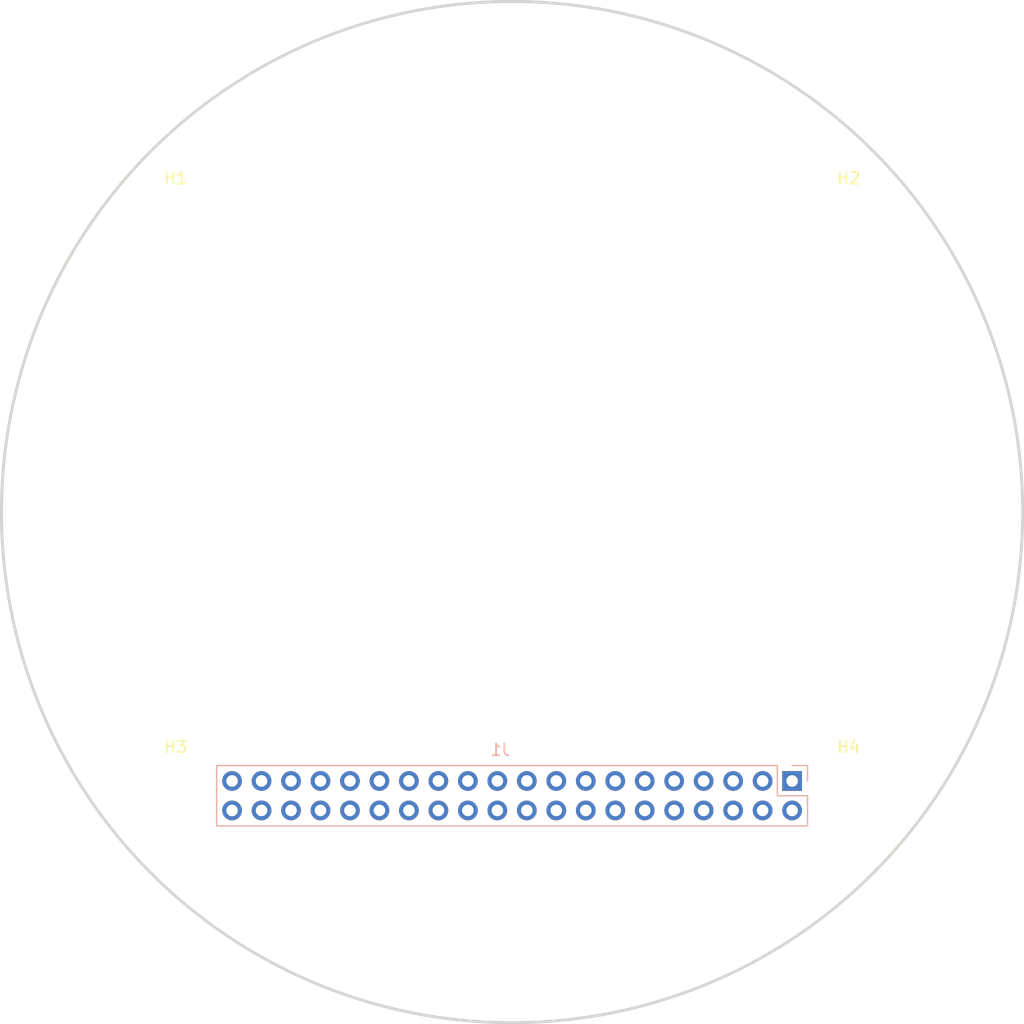
<source format=kicad_pcb>
(kicad_pcb (version 20240108) (generator "pcbnew") (generator_version "8.0")
  (layers (0 "F.Cu" signal) (1 "In1.Cu" power "GND.Cu") (2 "In2.Cu" power "Power.Cu") (31 "B.Cu" signal) (34 "B.Paste" user) (35 "F.Paste" user) (36 "B.SilkS" user "B.Silkscreen") (37 "F.SilkS" user "F.Silkscreen") (38 "B.Mask" user) (39 "F.Mask" user) (44 "Edge.Cuts" user))
  (net 0 "")
  (footprint "MountingHole:MountingHole_3.2mm_M3" (layer "F.Cu") (at 41 94.44)
    (property "Reference" "H3" (at 0 -4.2 0) (layer "F.SilkS"))
    (property "Value" "MountingHole")
    (pad "" np_thru_hole circle (at 0 0) (size 3.2 3.2) (drill 3.2) (layers "*.Cu" "*.Mask"))
  )
  (footprint "MountingHole:MountingHole_3.2mm_M3" (layer "F.Cu") (at 99 45.44)
    (property "Reference" "H2" (at 0 -4.2 0) (layer "F.SilkS"))
    (property "Value" "MountingHole")
    (pad "" np_thru_hole circle (at 0 0) (size 3.2 3.2) (drill 3.2) (layers "*.Cu" "*.Mask"))
  )
  (footprint "MountingHole:MountingHole_3.2mm_M3" (layer "F.Cu") (at 41 45.44)
    (property "Reference" "H1" (at 0 -4.2 0) (layer "F.SilkS"))
    (property "Value" "MountingHole")
    (pad "" np_thru_hole circle (at 0 0) (size 3.2 3.2) (drill 3.2) (layers "*.Cu" "*.Mask"))
  )
  (footprint "MountingHole:MountingHole_3.2mm_M3" (layer "F.Cu") (at 99 94.44)
    (property "Reference" "H4" (at 0 -4.2 0) (layer "F.SilkS"))
    (property "Value" "MountingHole")
    (pad "" np_thru_hole circle (at 0 0) (size 3.2 3.2) (drill 3.2) (layers "*.Cu" "*.Mask"))
  )
  (footprint "Connector_PinSocket_2.54mm:PinSocket_2x20_P2.54mm_Vertical" (layer "B.Cu") (at 94.13 93.17 90)
    (property "Reference" "J1" (at 2.67 -25.13 180) (layer "B.SilkS") (effects (justify mirror)))
    (property "Value" "Conn_02x20_Odd_Even")
    (fp_line (start 1.33 -49.59) (end -3.87 -49.59) (stroke (width 0.12)) (layer "B.SilkS"))
    (fp_line (start 1.33 -49.59) (end 1.33 -1.27) (stroke (width 0.12)) (layer "B.SilkS"))
    (fp_line (start -3.87 -49.59) (end -3.87 1.33) (stroke (width 0.12)) (layer "B.SilkS"))
    (fp_line (start 1.33 -1.27) (end -1.27 -1.27) (stroke (width 0.12)) (layer "B.SilkS"))
    (fp_line (start -1.27 -1.27) (end -1.27 1.33) (stroke (width 0.12)) (layer "B.SilkS"))
    (fp_line (start 1.33 0) (end 1.33 1.33) (stroke (width 0.12)) (layer "B.SilkS"))
    (fp_line (start 1.33 1.33) (end 0 1.33) (stroke (width 0.12)) (layer "B.SilkS"))
    (fp_line (start -1.27 1.33) (end -3.87 1.33) (stroke (width 0.12)) (layer "B.SilkS"))
    (pad "1" thru_hole rect (at 0 0 90) (size 1.7 1.7) (drill 1) (layers "*.Cu" "*.Mask"))
    (pad "2" thru_hole oval (at -2.54 0 90) (size 1.7 1.7) (drill 1) (layers "*.Cu" "*.Mask"))
    (pad "3" thru_hole oval (at 0 -2.54 90) (size 1.7 1.7) (drill 1) (layers "*.Cu" "*.Mask"))
    (pad "4" thru_hole oval (at -2.54 -2.54 90) (size 1.7 1.7) (drill 1) (layers "*.Cu" "*.Mask"))
    (pad "5" thru_hole oval (at 0 -5.08 90) (size 1.7 1.7) (drill 1) (layers "*.Cu" "*.Mask"))
    (pad "6" thru_hole oval (at -2.54 -5.08 90) (size 1.7 1.7) (drill 1) (layers "*.Cu" "*.Mask"))
    (pad "7" thru_hole oval (at 0 -7.62 90) (size 1.7 1.7) (drill 1) (layers "*.Cu" "*.Mask"))
    (pad "8" thru_hole oval (at -2.54 -7.62 90) (size 1.7 1.7) (drill 1) (layers "*.Cu" "*.Mask"))
    (pad "9" thru_hole oval (at 0 -10.16 90) (size 1.7 1.7) (drill 1) (layers "*.Cu" "*.Mask"))
    (pad "10" thru_hole oval (at -2.54 -10.16 90) (size 1.7 1.7) (drill 1) (layers "*.Cu" "*.Mask"))
    (pad "11" thru_hole oval (at 0 -12.7 90) (size 1.7 1.7) (drill 1) (layers "*.Cu" "*.Mask"))
    (pad "12" thru_hole oval (at -2.54 -12.7 90) (size 1.7 1.7) (drill 1) (layers "*.Cu" "*.Mask"))
    (pad "13" thru_hole oval (at 0 -15.24 90) (size 1.7 1.7) (drill 1) (layers "*.Cu" "*.Mask"))
    (pad "14" thru_hole oval (at -2.54 -15.24 90) (size 1.7 1.7) (drill 1) (layers "*.Cu" "*.Mask"))
    (pad "15" thru_hole oval (at 0 -17.78 90) (size 1.7 1.7) (drill 1) (layers "*.Cu" "*.Mask"))
    (pad "16" thru_hole oval (at -2.54 -17.78 90) (size 1.7 1.7) (drill 1) (layers "*.Cu" "*.Mask"))
    (pad "17" thru_hole oval (at 0 -20.32 90) (size 1.7 1.7) (drill 1) (layers "*.Cu" "*.Mask"))
    (pad "18" thru_hole oval (at -2.54 -20.32 90) (size 1.7 1.7) (drill 1) (layers "*.Cu" "*.Mask"))
    (pad "19" thru_hole oval (at 0 -22.86 90) (size 1.7 1.7) (drill 1) (layers "*.Cu" "*.Mask"))
    (pad "20" thru_hole oval (at -2.54 -22.86 90) (size 1.7 1.7) (drill 1) (layers "*.Cu" "*.Mask"))
    (pad "21" thru_hole oval (at 0 -25.4 90) (size 1.7 1.7) (drill 1) (layers "*.Cu" "*.Mask"))
    (pad "22" thru_hole oval (at -2.54 -25.4 90) (size 1.7 1.7) (drill 1) (layers "*.Cu" "*.Mask"))
    (pad "23" thru_hole oval (at 0 -27.94 90) (size 1.7 1.7) (drill 1) (layers "*.Cu" "*.Mask"))
    (pad "24" thru_hole oval (at -2.54 -27.94 90) (size 1.7 1.7) (drill 1) (layers "*.Cu" "*.Mask"))
    (pad "25" thru_hole oval (at 0 -30.48 90) (size 1.7 1.7) (drill 1) (layers "*.Cu" "*.Mask"))
    (pad "26" thru_hole oval (at -2.54 -30.48 90) (size 1.7 1.7) (drill 1) (layers "*.Cu" "*.Mask"))
    (pad "27" thru_hole oval (at 0 -33.02 90) (size 1.7 1.7) (drill 1) (layers "*.Cu" "*.Mask"))
    (pad "28" thru_hole oval (at -2.54 -33.02 90) (size 1.7 1.7) (drill 1) (layers "*.Cu" "*.Mask"))
    (pad "29" thru_hole oval (at 0 -35.56 90) (size 1.7 1.7) (drill 1) (layers "*.Cu" "*.Mask"))
    (pad "30" thru_hole oval (at -2.54 -35.56 90) (size 1.7 1.7) (drill 1) (layers "*.Cu" "*.Mask"))
    (pad "31" thru_hole oval (at 0 -38.1 90) (size 1.7 1.7) (drill 1) (layers "*.Cu" "*.Mask"))
    (pad "32" thru_hole oval (at -2.54 -38.1 90) (size 1.7 1.7) (drill 1) (layers "*.Cu" "*.Mask"))
    (pad "33" thru_hole oval (at 0 -40.64 90) (size 1.7 1.7) (drill 1) (layers "*.Cu" "*.Mask"))
    (pad "34" thru_hole oval (at -2.54 -40.64 90) (size 1.7 1.7) (drill 1) (layers "*.Cu" "*.Mask"))
    (pad "35" thru_hole oval (at 0 -43.18 90) (size 1.7 1.7) (drill 1) (layers "*.Cu" "*.Mask"))
    (pad "36" thru_hole oval (at -2.54 -43.18 90) (size 1.7 1.7) (drill 1) (layers "*.Cu" "*.Mask"))
    (pad "37" thru_hole oval (at 0 -45.72 90) (size 1.7 1.7) (drill 1) (layers "*.Cu" "*.Mask"))
    (pad "38" thru_hole oval (at -2.54 -45.72 90) (size 1.7 1.7) (drill 1) (layers "*.Cu" "*.Mask"))
    (pad "39" thru_hole oval (at 0 -48.26 90) (size 1.7 1.7) (drill 1) (layers "*.Cu" "*.Mask"))
    (pad "40" thru_hole oval (at -2.54 -48.26 90) (size 1.7 1.7) (drill 1) (layers "*.Cu" "*.Mask"))
  )
  (gr_circle (center 70 70) (end 114 70) (stroke (width 0.254)) (fill none) (layer "Edge.Cuts"))
)
</source>
